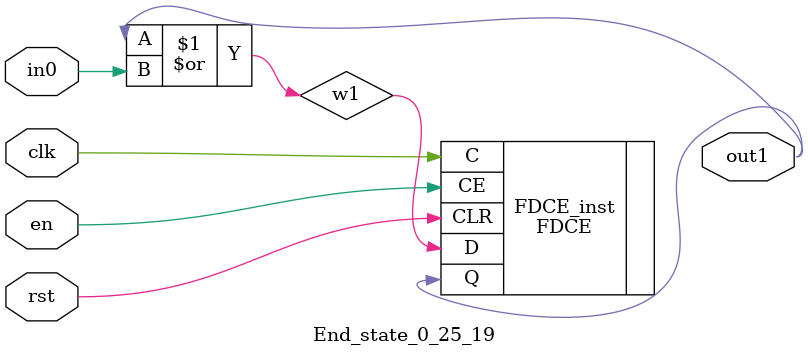
<source format=v>
module engine_0_25(out,clk,sod,en, in_58, in_0, in_1, in_3, in_6, in_8, in_10, in_15, in_16, in_17, in_29, in_30, in_36, in_37, in_41);
//pcre: /^User\x2dAgent\x3a\x20[^\r\n]*ZmEu/Hsmi
//block char: Z[0], ^[9], \x20[8], N[0], G[0], S[0], -[0], a[0], r[0], e[0], u[0], t[0], \x3A[8], [^\r\n][2], M[0], 

	input clk,sod,en;

	input in_58, in_0, in_1, in_3, in_6, in_8, in_10, in_15, in_16, in_17, in_29, in_30, in_36, in_37, in_41;
	output out;

	assign w0 = 1'b1;
	state_0_25_1 BlockState_0_25_1 (w1,in_0,clk,en,sod,w0);
	state_0_25_2 BlockState_0_25_2 (w2,in_29,clk,en,sod,w1);
	state_0_25_3 BlockState_0_25_3 (w3,in_8,clk,en,sod,w2);
	state_0_25_4 BlockState_0_25_4 (w4,in_17,clk,en,sod,w3);
	state_0_25_5 BlockState_0_25_5 (w5,in_16,clk,en,sod,w4);
	state_0_25_6 BlockState_0_25_6 (w6,in_10,clk,en,sod,w5);
	state_0_25_7 BlockState_0_25_7 (w7,in_15,clk,en,sod,w6);
	state_0_25_8 BlockState_0_25_8 (w8,in_6,clk,en,sod,w7);
	state_0_25_9 BlockState_0_25_9 (w9,in_17,clk,en,sod,w8);
	state_0_25_10 BlockState_0_25_10 (w10,in_3,clk,en,sod,w9);
	state_0_25_11 BlockState_0_25_11 (w11,in_30,clk,en,sod,w10);
	state_0_25_12 BlockState_0_25_12 (w12,in_36,clk,en,sod,w11);
	state_0_25_13 BlockState_0_25_13 (w13,in_1,clk,en,sod,w12);
	state_0_25_14 BlockState_0_25_14 (w14,in_37,clk,en,sod,w14,w13);
	state_0_25_15 BlockState_0_25_15 (w15,in_58,clk,en,sod,w13,w14);
	state_0_25_16 BlockState_0_25_16 (w16,in_41,clk,en,sod,w15);
	state_0_25_17 BlockState_0_25_17 (w17,in_17,clk,en,sod,w16);
	state_0_25_18 BlockState_0_25_18 (w18,in_29,clk,en,sod,w17);
	End_state_0_25_19 BlockState_0_25_19 (out,clk,en,sod,w18);
endmodule

module state_0_25_1(out1,in_char,clk,en,rst,in0);
	input in_char,clk,en,rst,in0;
	output out1;
	wire w1,w2;
	assign w1 = in0; 
	and(w2,in_char,w1);
	FDCE #(.INIT(1'b0)) FDCE_inst (
		.Q(out1),
		.C(clk),
		.CE(en),
		.CLR(rst),
		.D(w2)
);
endmodule

module state_0_25_2(out1,in_char,clk,en,rst,in0);
	input in_char,clk,en,rst,in0;
	output out1;
	wire w1,w2;
	assign w1 = in0; 
	and(w2,in_char,w1);
	FDCE #(.INIT(1'b0)) FDCE_inst (
		.Q(out1),
		.C(clk),
		.CE(en),
		.CLR(rst),
		.D(w2)
);
endmodule

module state_0_25_3(out1,in_char,clk,en,rst,in0);
	input in_char,clk,en,rst,in0;
	output out1;
	wire w1,w2;
	assign w1 = in0; 
	and(w2,in_char,w1);
	FDCE #(.INIT(1'b0)) FDCE_inst (
		.Q(out1),
		.C(clk),
		.CE(en),
		.CLR(rst),
		.D(w2)
);
endmodule

module state_0_25_4(out1,in_char,clk,en,rst,in0);
	input in_char,clk,en,rst,in0;
	output out1;
	wire w1,w2;
	assign w1 = in0; 
	and(w2,in_char,w1);
	FDCE #(.INIT(1'b0)) FDCE_inst (
		.Q(out1),
		.C(clk),
		.CE(en),
		.CLR(rst),
		.D(w2)
);
endmodule

module state_0_25_5(out1,in_char,clk,en,rst,in0);
	input in_char,clk,en,rst,in0;
	output out1;
	wire w1,w2;
	assign w1 = in0; 
	and(w2,in_char,w1);
	FDCE #(.INIT(1'b0)) FDCE_inst (
		.Q(out1),
		.C(clk),
		.CE(en),
		.CLR(rst),
		.D(w2)
);
endmodule

module state_0_25_6(out1,in_char,clk,en,rst,in0);
	input in_char,clk,en,rst,in0;
	output out1;
	wire w1,w2;
	assign w1 = in0; 
	and(w2,in_char,w1);
	FDCE #(.INIT(1'b0)) FDCE_inst (
		.Q(out1),
		.C(clk),
		.CE(en),
		.CLR(rst),
		.D(w2)
);
endmodule

module state_0_25_7(out1,in_char,clk,en,rst,in0);
	input in_char,clk,en,rst,in0;
	output out1;
	wire w1,w2;
	assign w1 = in0; 
	and(w2,in_char,w1);
	FDCE #(.INIT(1'b0)) FDCE_inst (
		.Q(out1),
		.C(clk),
		.CE(en),
		.CLR(rst),
		.D(w2)
);
endmodule

module state_0_25_8(out1,in_char,clk,en,rst,in0);
	input in_char,clk,en,rst,in0;
	output out1;
	wire w1,w2;
	assign w1 = in0; 
	and(w2,in_char,w1);
	FDCE #(.INIT(1'b0)) FDCE_inst (
		.Q(out1),
		.C(clk),
		.CE(en),
		.CLR(rst),
		.D(w2)
);
endmodule

module state_0_25_9(out1,in_char,clk,en,rst,in0);
	input in_char,clk,en,rst,in0;
	output out1;
	wire w1,w2;
	assign w1 = in0; 
	and(w2,in_char,w1);
	FDCE #(.INIT(1'b0)) FDCE_inst (
		.Q(out1),
		.C(clk),
		.CE(en),
		.CLR(rst),
		.D(w2)
);
endmodule

module state_0_25_10(out1,in_char,clk,en,rst,in0);
	input in_char,clk,en,rst,in0;
	output out1;
	wire w1,w2;
	assign w1 = in0; 
	and(w2,in_char,w1);
	FDCE #(.INIT(1'b0)) FDCE_inst (
		.Q(out1),
		.C(clk),
		.CE(en),
		.CLR(rst),
		.D(w2)
);
endmodule

module state_0_25_11(out1,in_char,clk,en,rst,in0);
	input in_char,clk,en,rst,in0;
	output out1;
	wire w1,w2;
	assign w1 = in0; 
	and(w2,in_char,w1);
	FDCE #(.INIT(1'b0)) FDCE_inst (
		.Q(out1),
		.C(clk),
		.CE(en),
		.CLR(rst),
		.D(w2)
);
endmodule

module state_0_25_12(out1,in_char,clk,en,rst,in0);
	input in_char,clk,en,rst,in0;
	output out1;
	wire w1,w2;
	assign w1 = in0; 
	and(w2,in_char,w1);
	FDCE #(.INIT(1'b0)) FDCE_inst (
		.Q(out1),
		.C(clk),
		.CE(en),
		.CLR(rst),
		.D(w2)
);
endmodule

module state_0_25_13(out1,in_char,clk,en,rst,in0);
	input in_char,clk,en,rst,in0;
	output out1;
	wire w1,w2;
	assign w1 = in0; 
	and(w2,in_char,w1);
	FDCE #(.INIT(1'b0)) FDCE_inst (
		.Q(out1),
		.C(clk),
		.CE(en),
		.CLR(rst),
		.D(w2)
);
endmodule

module state_0_25_14(out1,in_char,clk,en,rst,in0,in1);
	input in_char,clk,en,rst,in0,in1;
	output out1;
	wire w1,w2;
	or(w1,in0,in1);
	and(w2,in_char,w1);
	FDCE #(.INIT(1'b0)) FDCE_inst (
		.Q(out1),
		.C(clk),
		.CE(en),
		.CLR(rst),
		.D(w2)
);
endmodule

module state_0_25_15(out1,in_char,clk,en,rst,in0,in1);
	input in_char,clk,en,rst,in0,in1;
	output out1;
	wire w1,w2;
	or(w1,in0,in1);
	and(w2,in_char,w1);
	FDCE #(.INIT(1'b0)) FDCE_inst (
		.Q(out1),
		.C(clk),
		.CE(en),
		.CLR(rst),
		.D(w2)
);
endmodule

module state_0_25_16(out1,in_char,clk,en,rst,in0);
	input in_char,clk,en,rst,in0;
	output out1;
	wire w1,w2;
	assign w1 = in0; 
	and(w2,in_char,w1);
	FDCE #(.INIT(1'b0)) FDCE_inst (
		.Q(out1),
		.C(clk),
		.CE(en),
		.CLR(rst),
		.D(w2)
);
endmodule

module state_0_25_17(out1,in_char,clk,en,rst,in0);
	input in_char,clk,en,rst,in0;
	output out1;
	wire w1,w2;
	assign w1 = in0; 
	and(w2,in_char,w1);
	FDCE #(.INIT(1'b0)) FDCE_inst (
		.Q(out1),
		.C(clk),
		.CE(en),
		.CLR(rst),
		.D(w2)
);
endmodule

module state_0_25_18(out1,in_char,clk,en,rst,in0);
	input in_char,clk,en,rst,in0;
	output out1;
	wire w1,w2;
	assign w1 = in0; 
	and(w2,in_char,w1);
	FDCE #(.INIT(1'b0)) FDCE_inst (
		.Q(out1),
		.C(clk),
		.CE(en),
		.CLR(rst),
		.D(w2)
);
endmodule

module End_state_0_25_19(out1,clk,en,rst,in0);
	input clk,rst,en,in0;
	output out1;
	wire w1;
	or(w1,out1,in0);
	FDCE #(.INIT(1'b0)) FDCE_inst (
		.Q(out1),
		.C(clk),
		.CE(en),
		.CLR(rst),
		.D(w1)
);
endmodule


</source>
